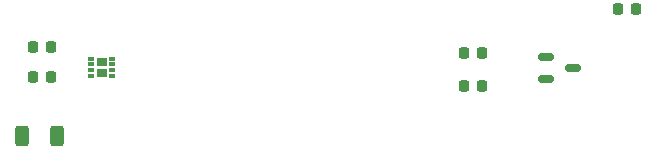
<source format=gbr>
%TF.GenerationSoftware,KiCad,Pcbnew,7.0.10*%
%TF.CreationDate,2024-11-23T20:10:39-08:00*%
%TF.ProjectId,charging-base rev1,63686172-6769-46e6-972d-626173652072,rev?*%
%TF.SameCoordinates,Original*%
%TF.FileFunction,Paste,Top*%
%TF.FilePolarity,Positive*%
%FSLAX46Y46*%
G04 Gerber Fmt 4.6, Leading zero omitted, Abs format (unit mm)*
G04 Created by KiCad (PCBNEW 7.0.10) date 2024-11-23 20:10:39*
%MOMM*%
%LPD*%
G01*
G04 APERTURE LIST*
G04 Aperture macros list*
%AMRoundRect*
0 Rectangle with rounded corners*
0 $1 Rounding radius*
0 $2 $3 $4 $5 $6 $7 $8 $9 X,Y pos of 4 corners*
0 Add a 4 corners polygon primitive as box body*
4,1,4,$2,$3,$4,$5,$6,$7,$8,$9,$2,$3,0*
0 Add four circle primitives for the rounded corners*
1,1,$1+$1,$2,$3*
1,1,$1+$1,$4,$5*
1,1,$1+$1,$6,$7*
1,1,$1+$1,$8,$9*
0 Add four rect primitives between the rounded corners*
20,1,$1+$1,$2,$3,$4,$5,0*
20,1,$1+$1,$4,$5,$6,$7,0*
20,1,$1+$1,$6,$7,$8,$9,0*
20,1,$1+$1,$8,$9,$2,$3,0*%
G04 Aperture macros list end*
%ADD10RoundRect,0.250000X-0.312500X-0.625000X0.312500X-0.625000X0.312500X0.625000X-0.312500X0.625000X0*%
%ADD11RoundRect,0.225000X0.225000X0.250000X-0.225000X0.250000X-0.225000X-0.250000X0.225000X-0.250000X0*%
%ADD12RoundRect,0.225000X-0.225000X-0.250000X0.225000X-0.250000X0.225000X0.250000X-0.225000X0.250000X0*%
%ADD13R,0.850000X0.650000*%
%ADD14R,0.500000X0.300000*%
%ADD15RoundRect,0.150000X-0.512500X-0.150000X0.512500X-0.150000X0.512500X0.150000X-0.512500X0.150000X0*%
G04 APERTURE END LIST*
D10*
%TO.C,R3*%
X128787500Y-105750000D03*
X131712500Y-105750000D03*
%TD*%
D11*
%TO.C,R4*%
X167750000Y-101500000D03*
X166200000Y-101500000D03*
%TD*%
%TO.C,R2*%
X131249999Y-98240001D03*
X129699999Y-98240001D03*
%TD*%
%TO.C,R6*%
X180775000Y-95000000D03*
X179225000Y-95000000D03*
%TD*%
%TO.C,R1*%
X131250000Y-100750000D03*
X129700000Y-100750000D03*
%TD*%
D12*
%TO.C,R5*%
X166175000Y-98750000D03*
X167725000Y-98750000D03*
%TD*%
D13*
%TO.C,U1*%
X135500000Y-99500000D03*
X135500000Y-100375000D03*
D14*
X134600000Y-99187500D03*
X134600000Y-99687500D03*
X134600000Y-100187500D03*
X134600000Y-100687500D03*
X136400000Y-100687500D03*
X136400000Y-100187500D03*
X136400000Y-99687500D03*
X136400000Y-99187500D03*
%TD*%
D15*
%TO.C,Q1*%
X175387500Y-100000000D03*
X173112500Y-99050000D03*
X173112500Y-100950000D03*
%TD*%
M02*

</source>
